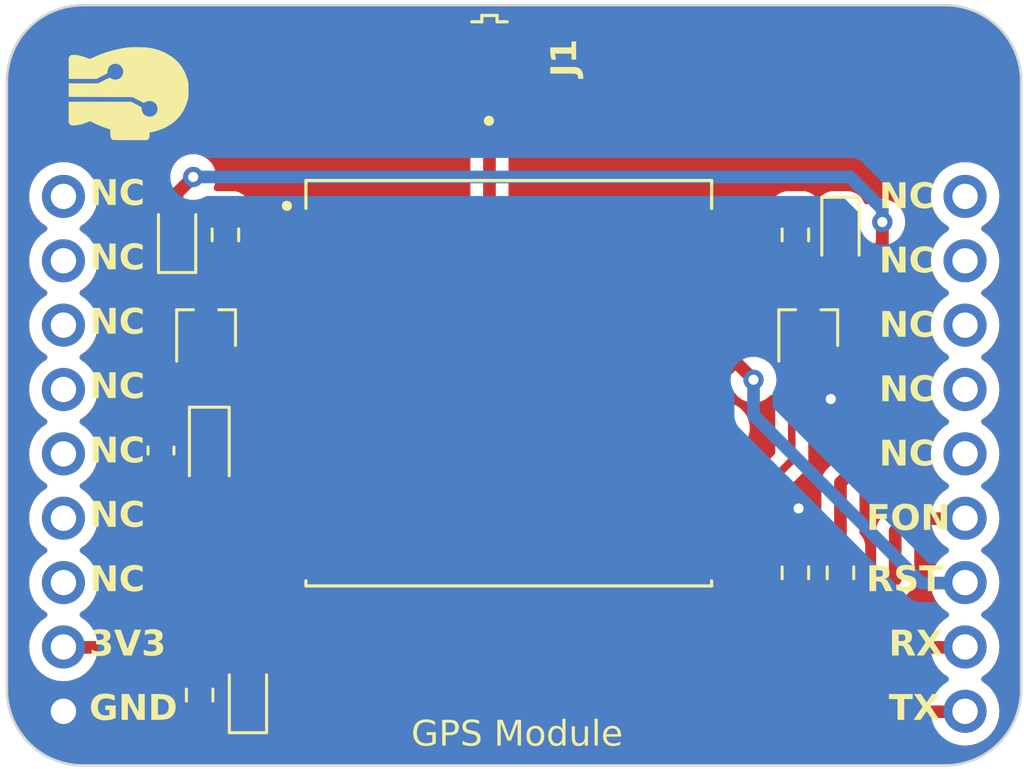
<source format=kicad_pcb>
(kicad_pcb (version 20240108) (generator "pcbnew") (generator_version "8.0")
  (layers (0 "F.Cu" signal) (31 "B.Cu" signal) (34 "B.Paste" user) (35 "F.Paste" user) (36 "B.SilkS" user "B.Silkscreen") (37 "F.SilkS" user "F.Silkscreen") (38 "B.Mask" user) (39 "F.Mask" user) (44 "Edge.Cuts" user))
  (net 0 "")
  (net 1 "+3V3")
  (net 2 "GND")
  (net 3 "Net-(D1-K)")
  (net 4 "Net-(D2-K)")
  (net 5 "Net-(D3-A)")
  (net 6 "EX_ANT")
  (net 7 "AADET_N")
  (net 8 "Net-(Q1-C)")
  (net 9 "PPS")
  (net 10 "Net-(Q2-C)")
  (net 11 "Net-(U1-FORCE_ON)")
  (net 12 "FORCE_ON")
  (net 13 "RX")
  (net 14 "TX")
  (net 15 "V_BCKP")
  (net 16 "RESET")
  (footprint "Resistor_SMD:R_0603_1608Metric" (layer "F.Cu") (at 89.027 65.659 -90)
    (property "Reference" "R1" (hide yes))
    (property "Value" "1k")
    (fp_line (start -0.237258 0.5225) (end 0.237258 0.5225) (stroke (width 0.12)) (layer "F.SilkS"))
    (fp_line (start -0.237258 -0.5225) (end 0.237258 -0.5225) (stroke (width 0.12)) (layer "F.SilkS"))
    (pad "1" smd roundrect (at -0.825 0 270) (size 0.8 0.95) (layers "F.Cu" "F.Paste" "F.Mask") (net 3 "Net-(D1-K)"))
    (pad "2" smd roundrect (at 0.825 0 270) (size 0.8 0.95) (layers "F.Cu" "F.Paste" "F.Mask") (net 8 "Net-(Q1-C)"))
  )
  (footprint "Moduler_:pin_header" (layer "F.Cu") (at 77.686 74.808)
    (property "Reference" "U2" (hide yes))
    (property "Value" "~" (hide yes))
    (fp_poly (pts (xy -14.485582 -16.559009) (xy -14.360573 -16.554745) (xy -14.248636 -16.54798) (xy -14.157002 -16.538775) (xy -14.117924 -16.532703) (xy -13.929469 -16.491549) (xy -13.759531 -16.440533) (xy -13.595569 -16.375574) (xy -13.505604 -16.333511) (xy -13.302009 -16.218091) (xy -13.123321 -16.083397) (xy -12.969118 -15.928915) (xy -12.838978 -15.754131) (xy -12.73248 -15.558531) (xy -12.6492 -15.3416) (xy -12.625721 -15.261504) (xy -12.612959 -15.20932) (xy -12.603846 -15.156964) (xy -12.597806 -15.097579) (xy -12.594264 -15.024306) (xy -12.592645 -14.930288) (xy -12.59236 -14.863654) (xy -12.592671 -14.758539) (xy -12.594379 -14.67766) (xy -12.598173 -14.613669) (xy -12.604739 -14.559219) (xy -12.614766 -14.506962) (xy -12.628942 -14.449549) (xy -12.632287 -14.43698) (xy -12.705714 -14.221543) (xy -12.805363 -14.022972) (xy -12.930147 -13.842253) (xy -13.078978 -13.68037) (xy -13.250768 -13.538308) (xy -13.444431 -13.417053) (xy -13.658878 -13.317589) (xy -13.893022 -13.240901) (xy -13.975535 -13.220506) (xy -14.129547 -13.185381) (xy -14.129547 -13.083439) (xy -14.131087 -13.025365) (xy -14.138019 -12.987709) (xy -14.153807 -12.959356) (xy -14.17572 -12.935324) (xy -14.221893 -12.889151) (xy -14.898388 -12.889632) (xy -15.093554 -12.890179) (xy -15.257188 -12.891522) (xy -15.389336 -12.893662) (xy -15.490047 -12.896601) (xy -15.559371 -12.900339) (xy -15.597354 -12.904877) (xy -15.604006 -12.907041) (xy -15.639705 -12.944721) (xy -15.663541 -13.009816) (xy -15.675744 -13.103144) (xy -15.677582 -13.169023) (xy -15.677607 -13.307746) (xy -15.877323 -13.375342) (xy -15.973613 -13.410249) (xy -16.083694 -13.453796) (xy -16.193274 -13.500154) (xy -16.27912 -13.539209) (xy -16.481202 -13.63548) (xy -16.625058 -13.577237) (xy -16.814264 -13.51298) (xy -16.995657 -13.477073) (xy -17.112214 -13.468483) (xy -17.172568 -13.467793) (xy -17.210949 -13.471228) (xy -17.236949 -13.481681) (xy -17.260163 -13.502045) (xy -17.274123 -13.517292) (xy -17.320343 -13.568879) (xy -17.320343 -13.987224) (xy -17.320343 -14.405569) (xy -16.086926 -14.405569) (xy -14.85351 -14.405569) (xy -14.643801 -14.294889) (xy -14.56284 -14.251731) (xy -14.506066 -14.219928) (xy -14.469493 -14.196546) (xy -14.449134 -14.178651) (xy -14.441003 -14.163308) (xy -14.441111 -14.147581) (xy -14.441413 -14.14592) (xy -14.43976 -14.092795) (xy -14.421236 -14.027967) (xy -14.3904 -13.962942) (xy -14.35181 -13.909228) (xy -14.344762 -13.902005) (xy -14.296227 -13.865834) (xy -14.236644 -13.835404) (xy -14.214799 -13.827587) (xy -14.121045 -13.813694) (xy -14.033382 -13.827179) (xy -13.955509 -13.863953) (xy -13.891126 -13.919926) (xy -13.843932 -13.991011) (xy -13.817627 -14.073118) (xy -13.815911 -14.162158) (xy -13.838074 -14.243952) (xy -13.888707 -14.328311) (xy -13.95777 -14.389514) (xy -14.040589 -14.425955) (xy -14.132494 -14.436027) (xy -14.228811 -14.418125) (xy -14.281052 -14.396241) (xy -14.36193 -14.355321) (xy -14.581404 -14.471272) (xy -14.800878 -14.587224) (xy -16.06061 -14.591538) (xy -17.320343 -14.595853) (xy -17.320343 -14.86402) (xy -17.320343 -15.132186) (xy -16.736108 -15.132186) (xy -16.151873 -15.132186) (xy -15.92364 -15.25081) (xy -15.825628 -15.300328) (xy -15.752835 -15.333929) (xy -15.705794 -15.351385) (xy -15.685044 -15.352471) (xy -15.684533 -15.351839) (xy -15.664369 -15.334981) (xy -15.626413 -15.313259) (xy -15.608475 -15.304645) (xy -15.517344 -15.278515) (xy -15.42868 -15.280387) (xy -15.34665 -15.306716) (xy -15.27542 -15.353956) (xy -15.219157 -15.418565) (xy -15.182028 -15.496995) (xy -15.1682 -15.585704) (xy -15.178799 -15.670169) (xy -15.216089 -15.756834) (xy -15.2752 -15.826154) (xy -15.350432 -15.875231) (xy -15.436087 -15.901168) (xy -15.526465 -15.901066) (xy -15.594919 -15.881743) (xy -15.679764 -15.831605) (xy -15.7402 -15.761879) (xy -15.776844 -15.671686) (xy -15.787538 -15.6087) (xy -15.796027 -15.524455) (xy -16.008245 -15.415199) (xy -16.220463 -15.305942) (xy -16.770403 -15.305942) (xy -17.320343 -15.305942) (xy -17.320343 -15.73365) (xy -17.320343 -16.161358) (xy -17.27417 -16.207531) (xy -17.247441 -16.231634) (xy -17.221044 -16.24546) (xy -17.185152 -16.251797) (xy -17.129936 -16.253429) (xy -17.112261 -16.253429) (xy -16.965134 -16.242789) (xy -16.813828 -16.210492) (xy -16.650907 -16.15493) (xy -16.643254 -16.151886) (xy -16.580147 -16.127507) (xy -16.526736 -16.108472) (xy -16.490695 -16.097439) (xy -16.481152 -16.095743) (xy -16.459332 -16.102404) (xy -16.415439 -16.120594) (xy -16.35561 -16.147624) (xy -16.285983 -16.180807) (xy -16.277762 -16.184828) (xy -16.053998 -16.282606) (xy -15.80365 -16.369931) (xy -15.530295 -16.445763) (xy -15.237504 -16.509065) (xy -15.053614 -16.540657) (xy -14.971712 -16.549822) (xy -14.866727 -16.556178) (xy -14.74589 -16.559787) (xy -14.616431 -16.56071)) (fill solid) (layer "F.SilkS"))
    (fp_line (start -19.7562 -15.2144) (end -19.7562 8.7856) (stroke (width 0.1)) (layer "Edge.Cuts"))
    (fp_line (start -16.7562 11.7856) (end 17.2438 11.7856) (stroke (width 0.1)) (layer "Edge.Cuts"))
    (fp_line (start 17.2438 -18.2144) (end -16.7562 -18.2144) (stroke (width 0.1)) (layer "Edge.Cuts"))
    (fp_line (start 20.2438 8.7856) (end 20.2438 -15.2144) (stroke (width 0.1)) (layer "Edge.Cuts"))
    (fp_arc (start -19.7562 -15.2144) (mid -18.87752 -17.33572) (end -16.7562 -18.2144) (stroke (width 0.1)) (layer "Edge.Cuts"))
    (fp_arc (start -16.7562 11.7856) (mid -18.87752 10.90692) (end -19.7562 8.7856) (stroke (width 0.1)) (layer "Edge.Cuts"))
    (fp_arc (start 17.2438 -18.2144) (mid 19.36512 -17.33572) (end 20.2438 -15.2144) (stroke (width 0.1)) (layer "Edge.Cuts"))
    (fp_arc (start 20.2438 8.7856) (mid 19.36512 10.90692) (end 17.2438 11.7856) (stroke (width 0.1)) (layer "Edge.Cuts"))
    (fp_text user "TX" (at 15.024 10.16 0) (layer "F.SilkS") (effects (font (thickness 0.2) (bold yes)) (justify left bottom)))
    (fp_text user "NC" (at -16.51 -2.54 0) (layer "F.SilkS") (effects (font (thickness 0.2) (bold yes)) (justify left bottom)))
    (fp_text user "NC" (at 14.643 -7.498 0) (layer "F.SilkS") (effects (font (thickness 0.2) (bold yes)) (justify left bottom)))
    (fp_text user "FON" (at 14.135 2.662 0) (layer "F.SilkS") (effects (font (thickness 0.2) (bold yes)) (justify left bottom)))
    (fp_text user "NC" (at 14.643 -10.038 0) (layer "F.SilkS") (effects (font (thickness 0.2) (bold yes)) (justify left bottom)))
    (fp_text user "NC" (at -16.51 5.08 0) (layer "F.SilkS") (effects (font (thickness 0.2) (bold yes)) (justify left bottom)))
    (fp_text user "RST" (at 14.135 5.08 0) (layer "F.SilkS") (effects (font (thickness 0.2) (bold yes)) (justify left bottom)))
    (fp_text user "NC" (at -16.51 0 0) (layer "F.SilkS") (effects (font (thickness 0.2) (bold yes)) (justify left bottom)))
    (fp_text user "NC" (at -16.51 -10.16 0) (layer "F.SilkS") (effects (font (thickness 0.2) (bold yes)) (justify left bottom)))
    (fp_text user "GND" (at -16.51 10.16 0) (layer "F.SilkS") (effects (font (thickness 0.2) (bold yes)) (justify left bottom)))
    (fp_text user "NC" (at -16.51 -5.08 0) (layer "F.SilkS") (effects (font (thickness 0.2) (bold yes)) (justify left bottom)))
    (fp_text user "RX" (at 15.024 7.62 0) (layer "F.SilkS") (effects (font (thickness 0.2) (bold yes)) (justify left bottom)))
    (fp_text user "NC" (at 14.643 -4.958 0) (layer "F.SilkS") (effects (font (thickness 0.2) (bold yes)) (justify left bottom)))
    (fp_text user "NC" (at 14.643 0.122 0) (layer "F.SilkS") (effects (font (thickness 0.2) (bold yes)) (justify left bottom)))
    (fp_text user "NC" (at 14.643 -2.418 0) (layer "F.SilkS") (effects (font (thickness 0.2) (bold yes)) (justify left bottom)))
    (fp_text user "GPS Module" (at -3.81 11.176 0) (layer "F.SilkS") (effects (font (thickness 0.1)) (justify left bottom)))
    (fp_text user "NC" (at -16.51 2.54 0) (layer "F.SilkS") (effects (font (thickness 0.2) (bold yes)) (justify left bottom)))
    (fp_text user "3V3" (at -16.51 7.62 0) (layer "F.SilkS") (effects (font (thickness 0.2) (bold yes)) (justify left bottom)))
    (fp_text user "NC" (at -16.51 -7.62 0) (layer "F.SilkS") (effects (font (thickness 0.2) (bold yes)) (justify left bottom)))
    (pad "1" thru_hole oval (at -17.526 -10.668) (size 1.7 1.7) (drill 1) (layers "*.Cu" "*.Mask"))
    (pad "2" thru_hole oval (at -17.526 -8.128) (size 1.7 1.7) (drill 1) (layers "*.Cu" "*.Mask"))
    (pad "3" thru_hole oval (at -17.526 -5.588) (size 1.7 1.7) (drill 1) (layers "*.Cu" "*.Mask"))
    (pad "4" thru_hole oval (at -17.526 -3.048) (size 1.7 1.7) (drill 1) (layers "*.Cu" "*.Mask"))
    (pad "5" thru_hole oval (at -17.526 -0.508) (size 1.7 1.7) (drill 1) (layers "*.Cu" "*.Mask"))
    (pad "6" thru_hole oval (at -17.526 2.032) (size 1.7 1.7) (drill 1) (layers "*.Cu" "*.Mask"))
    (pad "7" thru_hole oval (at -17.526 4.572) (size 1.7 1.7) (drill 1) (layers "*.Cu" "*.Mask"))
    (pad "8" thru_hole oval (at -17.526 7.112) (size 1.7 1.7) (drill 1) (layers "*.Cu" "*.Mask") (net 1 "+3V3"))
    (pad "9" thru_hole oval (at -17.526 9.652) (size 1.7 1.7) (drill 1) (layers "*.Cu" "*.Mask") (net 2 "GND"))
    (pad "10" thru_hole oval (at 18.034 9.652) (size 1.7 1.7) (drill 1) (layers "*.Cu" "*.Mask") (net 14 "TX"))
    (pad "11" thru_hole oval (at 18.034 7.112) (size 1.7 1.7) (drill 1) (layers "*.Cu" "*.Mask") (net 13 "RX"))
    (pad "12" thru_hole oval (at 18.034 4.572) (size 1.7 1.7) (drill 1) (layers "*.Cu" "*.Mask") (net 16 "RESET"))
    (pad "13" thru_hole oval (at 18.034 2.032) (size 1.7 1.7) (drill 1) (layers "*.Cu" "*.Mask") (net 12 "FORCE_ON"))
    (pad "14" thru_hole oval (at 18.034 -0.508) (size 1.7 1.7) (drill 1) (layers "*.Cu" "*.Mask"))
    (pad "15" thru_hole oval (at 18.034 -3.048) (size 1.7 1.7) (drill 1) (layers "*.Cu" "*.Mask"))
    (pad "16" thru_hole oval (at 18.034 -5.588) (size 1.7 1.7) (drill 1) (layers "*.Cu" "*.Mask"))
    (pad "17" thru_hole oval (at 18.034 -8.128) (size 1.7 1.7) (drill 1) (layers "*.Cu" "*.Mask"))
    (pad "18" thru_hole oval (at 18.034 -10.668) (size 1.7 1.7) (drill 1) (layers "*.Cu" "*.Mask"))
  )
  (footprint "Resistor_SMD:R_0603_1608Metric" (layer "F.Cu") (at 90.805 78.994 90)
    (property "Reference" "R4" (hide yes))
    (property "Value" "10k")
    (fp_line (start -0.237258 -0.5225) (end 0.237258 -0.5225) (stroke (width 0.12)) (layer "F.SilkS"))
    (fp_line (start -0.237258 0.5225) (end 0.237258 0.5225) (stroke (width 0.12)) (layer "F.SilkS"))
    (pad "1" smd roundrect (at -0.825 0 90) (size 0.8 0.95) (layers "F.Cu" "F.Paste" "F.Mask") (net 12 "FORCE_ON"))
    (pad "2" smd roundrect (at 0.825 0 90) (size 0.8 0.95) (layers "F.Cu" "F.Paste" "F.Mask") (net 1 "+3V3"))
  )
  (footprint "L86:XCVR_L86-M33" (layer "F.Cu") (at 77.724 72.012)
    (property "Reference" "U1" (hide yes))
    (property "Value" "L86-M33" (hide yes))
    (fp_line (start -8 -8.5) (end 8 -8.5) (stroke (width 0.127)) (layer "F.SilkS"))
    (fp_line (start -8 -7.4) (end -8 -8.5) (stroke (width 0.127)) (layer "F.SilkS"))
    (fp_line (start -8 7.3) (end -8 7.5) (stroke (width 0.127)) (layer "F.SilkS"))
    (fp_line (start -8 7.5) (end 8 7.5) (stroke (width 0.127)) (layer "F.SilkS"))
    (fp_line (start 8 -8.5) (end 8 -7.4) (stroke (width 0.127)) (layer "F.SilkS"))
    (fp_line (start 8 7.5) (end 8 7.3) (stroke (width 0.127)) (layer "F.SilkS"))
    (fp_circle (center -8.75 -7.5) (end -8.65 -7.5) (stroke (width 0.2)) (fill none) (layer "F.SilkS"))
    (pad "1" smd oval (at -7.75 -6.35) (size 2.5 1) (layers "F.Cu" "F.Mask") (net 13 "RX"))
    (pad "2" smd oval (at -7.75 -3.81) (size 2.5 1) (layers "F.Cu" "F.Mask") (net 14 "TX"))
    (pad "3" smd oval (at -7.75 -1.27) (size 2.5 1) (layers "F.Cu" "F.Mask") (net 2 "GND"))
    (pad "4" smd oval (at -7.75 1.27) (size 2.5 1) (layers "F.Cu" "F.Mask") (net 1 "+3V3"))
    (pad "5" smd oval (at -7.75 3.81) (size 2.5 1) (layers "F.Cu" "F.Mask") (net 15 "V_BCKP"))
    (pad "6" smd oval (at -7.75 6.35) (size 2.5 1) (layers "F.Cu" "F.Mask") (net 9 "PPS"))
    (pad "7" smd oval (at 7.75 6.35) (size 2.5 1) (layers "F.Cu" "F.Mask") (net 11 "Net-(U1-FORCE_ON)"))
    (pad "8" smd oval (at 7.75 3.81) (size 2.5 1) (layers "F.Cu" "F.Mask") (net 7 "AADET_N"))
    (pad "9" smd oval (at 7.75 1.27) (size 2.5 1) (layers "F.Cu" "F.Mask"))
    (pad "10" smd oval (at 7.75 -1.27) (size 2.5 1) (layers "F.Cu" "F.Mask") (net 16 "RESET"))
    (pad "11" smd oval (at 7.75 -3.81) (size 2.5 1) (layers "F.Cu" "F.Mask") (net 6 "EX_ANT"))
    (pad "12" smd oval (at 7.75 -6.35) (size 2.5 1) (layers "F.Cu" "F.Mask") (net 2 "GND"))
  )
  (footprint "Package_TO_SOT_SMD:SOT-323_SC-70" (layer "F.Cu") (at 65.786 69.342 90)
    (property "Reference" "Q2" (hide yes))
    (property "Value" "DTC143Z")
    (fp_line (start 0.73 -1.16) (end -1.3 -1.16) (stroke (width 0.12)) (layer "F.SilkS"))
    (fp_line (start 0.73 -1.16) (end 0.73 -0.5) (stroke (width 0.12)) (layer "F.SilkS"))
    (fp_line (start 0.73 0.5) (end 0.73 1.16) (stroke (width 0.12)) (layer "F.SilkS"))
    (fp_line (start -0.68 1.16) (end 0.73 1.16) (stroke (width 0.12)) (layer "F.SilkS"))
    (pad "1" smd rect (at -1 -0.65) (size 0.45 0.7) (layers "F.Cu" "F.Paste" "F.Mask") (net 9 "PPS"))
    (pad "2" smd rect (at -1 0.65) (size 0.45 0.7) (layers "F.Cu" "F.Paste" "F.Mask") (net 2 "GND"))
    (pad "3" smd rect (at 1 0) (size 0.45 0.7) (layers "F.Cu" "F.Paste" "F.Mask") (net 10 "Net-(Q2-C)"))
  )
  (footprint "Resistor_SMD:R_0603_1608Metric" (layer "F.Cu") (at 66.548 65.659 90)
    (property "Reference" "R2" (hide yes))
    (property "Value" "1k")
    (fp_line (start -0.237258 -0.5225) (end 0.237258 -0.5225) (stroke (width 0.12)) (layer "F.SilkS"))
    (fp_line (start -0.237258 0.5225) (end 0.237258 0.5225) (stroke (width 0.12)) (layer "F.SilkS"))
    (pad "1" smd roundrect (at -0.825 0 90) (size 0.8 0.95) (layers "F.Cu" "F.Paste" "F.Mask") (net 4 "Net-(D2-K)"))
    (pad "2" smd roundrect (at 0.825 0 90) (size 0.8 0.95) (layers "F.Cu" "F.Paste" "F.Mask") (net 10 "Net-(Q2-C)"))
  )
  (footprint "Resistor_SMD:R_0603_1608Metric" (layer "F.Cu") (at 89.027 78.994 -90)
    (property "Reference" "R3" (hide yes))
    (property "Value" "0r")
    (fp_line (start -0.237258 0.5225) (end 0.237258 0.5225) (stroke (width 0.12)) (layer "F.SilkS"))
    (fp_line (start -0.237258 -0.5225) (end 0.237258 -0.5225) (stroke (width 0.12)) (layer "F.SilkS"))
    (pad "1" smd roundrect (at -0.825 0 270) (size 0.8 0.95) (layers "F.Cu" "F.Paste" "F.Mask") (net 11 "Net-(U1-FORCE_ON)"))
    (pad "2" smd roundrect (at 0.825 0 270) (size 0.8 0.95) (layers "F.Cu" "F.Paste" "F.Mask") (net 12 "FORCE_ON"))
  )
  (footprint "L-KLS1-IPEX-20279-001E-0:L-KLS1-IPEX-20279-001E-0" (layer "F.Cu") (at 76.962 58.547 -90)
    (property "Reference" "J1" (at 0.12855 -3.00313 90) (layer "F.SilkS") (effects (font (thickness 0.15) (bold yes))))
    (property "Value" "20279-001E-01")
    (fp_line (start -1.55 0.3) (end -1.3 0.3) (stroke (width 0.127)) (layer "F.SilkS"))
    (fp_line (start -1.3 0.3) (end -1.3 0.7) (stroke (width 0.127)) (layer "F.SilkS"))
    (fp_line (start -1.55 -0.3) (end -1.55 0.3) (stroke (width 0.127)) (layer "F.SilkS"))
    (fp_line (start -1.3 -0.3) (end -1.55 -0.3) (stroke (width 0.127)) (layer "F.SilkS"))
    (fp_line (start -1.3 -0.7) (end -1.3 -0.3) (stroke (width 0.127)) (layer "F.SilkS"))
    (fp_circle (center 2.61 0.02) (end 2.71 0.02) (stroke (width 0.2)) (fill none) (layer "F.SilkS"))
    (pad "1" smd rect (at 1.525 0 270) (size 1.05 1) (layers "F.Cu" "F.Paste" "F.Mask") (net 6 "EX_ANT"))
    (pad "2" smd rect (at 0 -1.475 270) (size 2.2 1.05) (layers "F.Cu" "F.Paste" "F.Mask") (net 2 "GND"))
    (pad "3" smd rect (at 0 1.475 270) (size 2.2 1.05) (layers "F.Cu" "F.Paste" "F.Mask") (net 2 "GND"))
    (zone (net 0) (net_name "") (layer "F.Cu") (connect_pads (clearance 0)) (min_thickness 0.01)
      (keepout (tracks not_allowed) (vias not_allowed) (pads not_allowed) (copperpour not_allowed) (footprints allowed))
      (fill (thermal_gap 0.508) (thermal_bridge_width 0.508))
      (polygon (pts (xy 77.912 57.447) (xy 77.912 59.547) (xy 76.012 59.547) (xy 76.012 57.447)))
    )
  )
  (footprint "Capacitor_SMD:C_0603_1608Metric" (layer "F.Cu") (at 64.008 74.168 -90)
    (property "Reference" "C3" (hide yes))
    (property "Value" "100nF")
    (fp_line (start -0.14058 0.51) (end 0.14058 0.51) (stroke (width 0.12)) (layer "F.SilkS"))
    (fp_line (start -0.14058 -0.51) (end 0.14058 -0.51) (stroke (width 0.12)) (layer "F.SilkS"))
    (pad "1" smd roundrect (at -0.775 0 270) (size 0.9 0.95) (layers "F.Cu" "F.Paste" "F.Mask") (net 1 "+3V3"))
    (pad "2" smd roundrect (at 0.775 0 270) (size 0.9 0.95) (layers "F.Cu" "F.Paste" "F.Mask") (net 2 "GND"))
  )
  (footprint "Capacitor_Tantalum_SMD:CP_EIA-2012-12_Kemet-R" (layer "F.Cu") (at 65.913 74.168 -90)
    (property "Reference" "C2" (hide yes))
    (property "Value" "10uF")
    (fp_line (start -1.71 0.785) (end 1 0.785) (stroke (width 0.12)) (layer "F.SilkS"))
    (fp_line (start -1.71 -0.785) (end -1.71 0.785) (stroke (width 0.12)) (layer "F.SilkS"))
    (fp_line (start 1 -0.785) (end -1.71 -0.785) (stroke (width 0.12)) (layer "F.SilkS"))
    (pad "1" smd roundrect (at -0.8875 0 270) (size 1.125 1.05) (layers "F.Cu" "F.Paste" "F.Mask") (roundrect_rratio 0.238095) (net 1 "+3V3"))
    (pad "2" smd roundrect (at 0.8875 0 270) (size 1.125 1.05) (layers "F.Cu" "F.Paste" "F.Mask") (roundrect_rratio 0.238095) (net 2 "GND"))
  )
  (footprint "Package_TO_SOT_SMD:SOT-323_SC-70" (layer "F.Cu") (at 89.535 69.342 90)
    (property "Reference" "Q1" (hide yes))
    (property "Value" "DTC143Z")
    (fp_line (start 0.73 -1.16) (end -1.3 -1.16) (stroke (width 0.12)) (layer "F.SilkS"))
    (fp_line (start 0.73 -1.16) (end 0.73 -0.5) (stroke (width 0.12)) (layer "F.SilkS"))
    (fp_line (start 0.73 0.5) (end 0.73 1.16) (stroke (width 0.12)) (layer "F.SilkS"))
    (fp_line (start -0.68 1.16) (end 0.73 1.16) (stroke (width 0.12)) (layer "F.SilkS"))
    (pad "1" smd rect (at -1 -0.65) (size 0.45 0.7) (layers "F.Cu" "F.Paste" "F.Mask") (net 7 "AADET_N"))
    (pad "2" smd rect (at -1 0.65) (size 0.45 0.7) (layers "F.Cu" "F.Paste" "F.Mask") (net 2 "GND"))
    (pad "3" smd rect (at 1 0) (size 0.45 0.7) (layers "F.Cu" "F.Paste" "F.Mask") (net 8 "Net-(Q1-C)"))
  )
  (footprint "LED_SMD:LED_0603_1608Metric" (layer "F.Cu") (at 90.805 65.659 -90)
    (property "Reference" "D1" (hide yes))
    (property "Value" "LED")
    (fp_line (start -1.485 0.735) (end 0.8 0.735) (stroke (width 0.12)) (layer "F.SilkS"))
    (fp_line (start -1.485 -0.735) (end -1.485 0.735) (stroke (width 0.12)) (layer "F.SilkS"))
    (fp_line (start 0.8 -0.735) (end -1.485 -0.735) (stroke (width 0.12)) (layer "F.SilkS"))
    (pad "1" smd roundrect (at -0.7875 0 270) (size 0.875 0.95) (layers "F.Cu" "F.Paste" "F.Mask") (net 3 "Net-(D1-K)"))
    (pad "2" smd roundrect (at 0.7875 0 270) (size 0.875 0.95) (layers "F.Cu" "F.Paste" "F.Mask") (net 1 "+3V3"))
  )
  (footprint "LED_SMD:LED_0603_1608Metric" (layer "F.Cu") (at 64.643 65.659 90)
    (property "Reference" "D2" (hide yes))
    (property "Value" "LED")
    (fp_line (start 0.8 -0.735) (end -1.485 -0.735) (stroke (width 0.12)) (layer "F.SilkS"))
    (fp_line (start -1.485 -0.735) (end -1.485 0.735) (stroke (width 0.12)) (layer "F.SilkS"))
    (fp_line (start -1.485 0.735) (end 0.8 0.735) (stroke (width 0.12)) (layer "F.SilkS"))
    (pad "1" smd roundrect (at -0.7875 0 90) (size 0.875 0.95) (layers "F.Cu" "F.Paste" "F.Mask") (net 4 "Net-(D2-K)"))
    (pad "2" smd roundrect (at 0.7875 0 90) (size 0.875 0.95) (layers "F.Cu" "F.Paste" "F.Mask") (net 1 "+3V3"))
  )
  (footprint "LED_SMD:LED_0603_1608Metric" (layer "F.Cu") (at 67.437 83.82 90)
    (property "Reference" "D3" (hide yes))
    (property "Value" "LED")
    (fp_line (start 0.8 -0.735) (end -1.485 -0.735) (stroke (width 0.12)) (layer "F.SilkS"))
    (fp_line (start -1.485 -0.735) (end -1.485 0.735) (stroke (width 0.12)) (layer "F.SilkS"))
    (fp_line (start -1.485 0.735) (end 0.8 0.735) (stroke (width 0.12)) (layer "F.SilkS"))
    (pad "1" smd roundrect (at -0.7875 0 90) (size 0.875 0.95) (layers "F.Cu" "F.Paste" "F.Mask") (net 2 "GND"))
    (pad "2" smd roundrect (at 0.7875 0 90) (size 0.875 0.95) (layers "F.Cu" "F.Paste" "F.Mask") (net 5 "Net-(D3-A)"))
  )
  (footprint "Resistor_SMD:R_0603_1608Metric" (layer "F.Cu") (at 65.532 83.82 -90)
    (property "Reference" "R5" (hide yes))
    (property "Value" "470r")
    (fp_line (start -0.237258 0.5225) (end 0.237258 0.5225) (stroke (width 0.12)) (layer "F.SilkS"))
    (fp_line (start -0.237258 -0.5225) (end 0.237258 -0.5225) (stroke (width 0.12)) (layer "F.SilkS"))
    (pad "1" smd roundrect (at -0.825 0 270) (size 0.8 0.95) (layers "F.Cu" "F.Paste" "F.Mask") (net 5 "Net-(D3-A)"))
    (pad "2" smd roundrect (at 0.825 0 270) (size 0.8 0.95) (layers "F.Cu" "F.Paste" "F.Mask") (net 1 "+3V3"))
  )
  (segment (start 63.246 65.278) (end 63.6525 64.8715) (width 0.5) (layer "F.Cu") (net 1))
  (segment (start 62.12652 81.93852) (end 62.357 82.169) (width 0.5) (layer "F.Cu") (net 1))
  (segment (start 64.008 73.393) (end 65.8005 73.393) (width 0.5) (layer "F.Cu") (net 1))
  (segment (start 90.805 75.438) (end 90.805 78.169) (width 0.5) (layer "F.Cu") (net 1))
  (segment (start 64.643 64.008) (end 65.278 63.373) (width 0.5) (layer "F.Cu") (net 1))
  (segment (start 63.6525 64.8715) (end 64.643 64.8715) (width 0.5) (layer "F.Cu") (net 1))
  (segment (start 92.456 65.151) (end 92.456 73.787) (width 0.5) (layer "F.Cu") (net 1))
  (segment (start 62.357 74.422) (end 62.357 82.296) (width 0.5) (layer "F.Cu") (net 1))
  (segment (start 64.706 84.645) (end 65.532 84.645) (width 0.5) (layer "F.Cu") (net 1))
  (segment (start 92.0495 66.4465) (end 90.805 66.4465) (width 0.5) (layer "F.Cu") (net 1))
  (segment (start 60.163377 81.93852) (end 62.12652 81.93852) (width 0.5) (layer "F.Cu") (net 1))
  (segment (start 64.008 73.393) (end 63.386 73.393) (width 0.5) (layer "F.Cu") (net 1))
  (segment (start 64.008 72.009) (end 63.246 71.247) (width 0.5) (layer "F.Cu") (net 1))
  (segment (start 92.456 65.151) (end 92.456 66.04) (width 0.5) (layer "F.Cu") (net 1))
  (segment (start 63.386 73.393) (end 62.357 74.422) (width 0.5) (layer "F.Cu") (net 1))
  (segment (start 92.456 66.04) (end 92.0495 66.4465) (width 0.5) (layer "F.Cu") (net 1))
  (segment (start 64.643 64.8715) (end 64.643 64.008) (width 0.5) (layer "F.Cu") (net 1))
  (segment (start 65.8005 73.393) (end 65.913 73.2805) (width 0.5) (layer "F.Cu") (net 1))
  (segment (start 92.456 73.787) (end 90.805 75.438) (width 0.5) (layer "F.Cu") (net 1))
  (segment (start 64.008 73.393) (end 64.008 72.009) (width 0.5) (layer "F.Cu") (net 1))
  (segment (start 69.974 73.282) (end 65.9145 73.282) (width 0.5) (layer "F.Cu") (net 1))
  (segment (start 63.246 71.247) (end 63.246 65.278) (width 0.5) (layer "F.Cu") (net 1))
  (segment (start 65.9145 73.282) (end 65.913 73.2805) (width 0.5) (layer "F.Cu") (net 1))
  (segment (start 62.357 82.296) (end 64.706 84.645) (width 0.5) (layer "F.Cu") (net 1))
  (via (at 92.456 65.151) (size 0.8) (drill 0.4) (layers "F.Cu" "B.Cu") (net 1))
  (via (at 65.278 63.373) (size 0.8) (drill 0.4) (layers "F.Cu" "B.Cu") (net 1))
  (segment (start 92.456 65.151) (end 92.456 64.643) (width 0.5) (layer "B.Cu") (net 1))
  (segment (start 92.456 64.643) (end 91.186 63.373) (width 0.5) (layer "B.Cu") (net 1))
  (segment (start 91.186 63.373) (end 65.278 63.373) (width 0.5) (layer "B.Cu") (net 1))
  (via (at 90.424 72.136) (size 0.8) (drill 0.4) (layers "F.Cu" "B.Cu") (net 2))
  (via (at 89.154 76.454) (size 0.8) (drill 0.4) (layers "F.Cu" "B.Cu") (net 2))
  (segment (start 90.805 64.834) (end 90.7675 64.8715) (width 0.3) (layer "F.Cu") (net 3))
  (segment (start 90.7675 64.8715) (end 88.9 64.8715) (width 0.3) (layer "F.Cu") (net 3))
  (segment (start 66.5105 66.4465) (end 66.548 66.484) (width 0.3) (layer "F.Cu") (net 4))
  (segment (start 64.643 66.4465) (end 66.5105 66.4465) (width 0.3) (layer "F.Cu") (net 4))
  (segment (start 65.532 82.995) (end 67.3995 82.995) (width 0.5) (layer "F.Cu") (net 5))
  (segment (start 67.3995 82.995) (end 67.437 83.0325) (width 0.5) (layer "F.Cu") (net 5))
  (segment (start 80.521 68.202) (end 85.474 68.202) (width 0.5) (layer "F.Cu") (net 6))
  (segment (start 76.962 60.072) (end 76.962 64.643) (width 0.5) (layer "F.Cu") (net 6))
  (segment (start 76.962 64.643) (end 80.521 68.202) (width 0.5) (layer "F.Cu") (net 6))
  (segment (start 88.885 74.564) (end 87.627 75.822) (width 0.3) (layer "F.Cu") (net 7))
  (segment (start 88.885 70.342) (end 88.885 74.564) (width 0.3) (layer "F.Cu") (net 7))
  (segment (start 87.627 75.822) (end 85.474 75.822) (width 0.3) (layer "F.Cu") (net 7))
  (segment (start 89.535 68.342) (end 89.535 67.691) (width 0.3) (layer "F.Cu") (net 8))
  (segment (start 89.535 67.691) (end 89.027 67.183) (width 0.3) (layer "F.Cu") (net 8))
  (segment (start 89.027 67.183) (end 89.027 66.484) (width 0.3) (layer "F.Cu") (net 8))
  (segment (start 71.12 71.882) (end 72.009 72.771) (width 0.3) (layer "F.Cu") (net 9))
  (segment (start 65.913 71.882) (end 71.12 71.882) (width 0.3) (layer "F.Cu") (net 9))
  (segment (start 72.009 72.771) (end 72.009 77.724) (width 0.3) (layer "F.Cu") (net 9))
  (segment (start 65.136 70.342) (end 65.136 71.105) (width 0.3) (layer "F.Cu") (net 9))
  (segment (start 72.009 77.724) (end 71.371 78.362) (width 0.3) (layer "F.Cu") (net 9))
  (segment (start 65.136 71.105) (end 65.913 71.882) (width 0.3) (layer "F.Cu") (net 9))
  (segment (start 71.371 78.362) (end 69.974 78.362) (width 0.3) (layer "F.Cu") (net 9))
  (segment (start 67.691 65.278) (end 67.691 67.945) (width 0.3) (layer "F.Cu") (net 10))
  (segment (start 67.247 64.834) (end 67.691 65.278) (width 0.3) (layer "F.Cu") (net 10))
  (segment (start 67.691 67.945) (end 67.294 68.342) (width 0.3) (layer "F.Cu") (net 10))
  (segment (start 67.294 68.342) (end 65.786 68.342) (width 0.3) (layer "F.Cu") (net 10))
  (segment (start 66.548 64.834) (end 67.247 64.834) (width 0.3) (layer "F.Cu") (net 10))
  (segment (start 87.754 78.362) (end 87.947 78.169) (width 0.5) (layer "F.Cu") (net 11))
  (segment (start 85.474 78.362) (end 87.754 78.362) (width 0.5) (layer "F.Cu") (net 11))
  (segment (start 87.947 78.169) (end 89.027 78.169) (width 0.5) (layer "F.Cu") (net 11))
  (segment (start 92.393 79.819) (end 92.964 79.248) (width 0.5) (layer "F.Cu") (net 12))
  (segment (start 92.964 79.248) (end 92.964 77.343) (width 0.5) (layer "F.Cu") (net 12))
  (segment (start 89.027 79.819) (end 90.805 79.819) (width 0.5) (layer "F.Cu") (net 12))
  (segment (start 93.44848 76.85852) (end 95.723377 76.85852) (width 0.5) (layer "F.Cu") (net 12))
  (segment (start 90.805 79.819) (end 92.393 79.819) (width 0.5) (layer "F.Cu") (net 12))
  (segment (start 92.964 77.343) (end 93.44848 76.85852) (width 0.5) (layer "F.Cu") (net 12))
  (segment (start 75.438 72.898) (end 84.47852 81.93852) (width 0.5) (layer "F.Cu") (net 13))
  (segment (start 75.438 69.088) (end 75.438 72.898) (width 0.5) (layer "F.Cu") (net 13))
  (segment (start 69.974 65.662) (end 72.012 65.662) (width 0.5) (layer "F.Cu") (net 13))
  (segment (start 72.012 65.662) (end 75.438 69.088) (width 0.5) (layer "F.Cu") (net 13))
  (segment (start 84.47852 81.93852) (end 95.723377 81.93852) (width 0.5) (layer "F.Cu") (net 13))
  (segment (start 69.974 68.202) (end 73.155 68.202) (width 0.5) (layer "F.Cu") (net 14))
  (segment (start 74.549 69.596) (end 74.549 73.279) (width 0.5) (layer "F.Cu") (net 14))
  (segment (start 85.74852 84.47852) (end 95.70148 84.47852) (width 0.5) (layer "F.Cu") (net 14))
  (segment (start 74.549 73.279) (end 85.74852 84.47852) (width 0.5) (layer "F.Cu") (net 14))
  (segment (start 95.70148 84.47852) (end 95.72 84.46) (width 0.5) (layer "F.Cu") (net 14))
  (segment (start 73.155 68.202) (end 74.549 69.596) (width 0.5) (layer "F.Cu") (net 14))
  (segment (start 85.474 70.742) (end 86.744 70.742) (width 0.5) (layer "F.Cu") (net 16))
  (segment (start 86.744 70.742) (end 87.376 71.374) (width 0.5) (layer "F.Cu") (net 16))
  (via (at 87.376 71.374) (size 0.8) (drill 0.4) (layers "F.Cu" "B.Cu") (net 16))
  (segment (start 87.376 71.374) (end 87.376 72.771) (width 0.5) (layer "B.Cu") (net 16))
  (segment (start 94.00352 79.39852) (end 95.723377 79.39852) (width 0.5) (layer "B.Cu") (net 16))
  (segment (start 87.376 72.771) (end 94.00352 79.39852) (width 0.5) (layer "B.Cu") (net 16))
  (zone (net 2) (net_name "GND") (layers "F&B.Cu") (connect_pads yes (clearance 0.5)) (min_thickness 0.25) (fill yes (thermal_gap 0.5) (thermal_bridge_width 0.5))
    (polygon (pts (xy 57.658 56.388) (xy 98.044 56.388) (xy 98.044 86.741) (xy 57.658 86.741)))
  )
)
</source>
